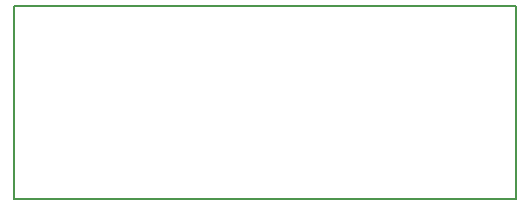
<source format=gm1>
G04 MADE WITH FRITZING*
G04 WWW.FRITZING.ORG*
G04 DOUBLE SIDED*
G04 HOLES PLATED*
G04 CONTOUR ON CENTER OF CONTOUR VECTOR*
%ASAXBY*%
%FSLAX23Y23*%
%MOIN*%
%OFA0B0*%
%SFA1.0B1.0*%
%ADD10R,1.683300X0.650319*%
%ADD11C,0.008000*%
%ADD10C,0.008*%
%LNCONTOUR*%
G90*
G70*
G54D10*
G54D11*
X4Y646D02*
X1679Y646D01*
X1679Y4D01*
X4Y4D01*
X4Y646D01*
D02*
G04 End of contour*
M02*
</source>
